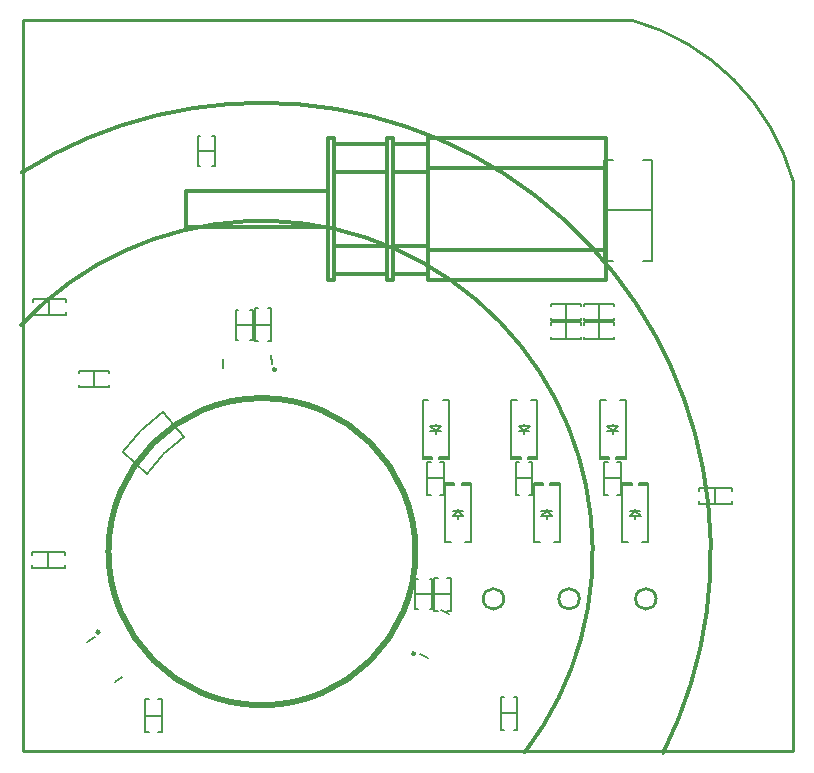
<source format=gbo>
G04*
G04 #@! TF.GenerationSoftware,Altium Limited,Altium Designer,20.1.14 (287)*
G04*
G04 Layer_Color=32896*
%FSLAX25Y25*%
%MOIN*%
G70*
G04*
G04 #@! TF.SameCoordinates,BFC865CF-BEAF-49AC-A6C2-1AB5C3D80CD9*
G04*
G04*
G04 #@! TF.FilePolarity,Positive*
G04*
G01*
G75*
%ADD10C,0.00787*%
%ADD13C,0.01000*%
%ADD15C,0.01181*%
%ADD16C,0.01968*%
%ADD18C,0.00591*%
%ADD19C,0.00500*%
D10*
X61024Y22909D02*
X64173D01*
Y22146D02*
Y22909D01*
X61024Y3248D02*
Y22909D01*
Y3248D02*
X62992D01*
X61024Y22146D02*
X64173D01*
X66536D02*
X69685D01*
X65340Y11010D02*
Y11797D01*
X63569D02*
X67140D01*
X63569D02*
X65354Y13583D01*
X67140Y11797D01*
X63583Y13583D02*
X67126D01*
X65354D02*
Y14370D01*
X67716Y3248D02*
X69685D01*
Y22909D01*
X66536Y22146D02*
Y22909D01*
X69685D01*
X59055Y30732D02*
X62205D01*
X59055D02*
Y31496D01*
X62205Y30732D02*
Y50394D01*
X60236D02*
X62205D01*
X59055Y31496D02*
X62205D01*
X53543D02*
X56693D01*
X57888Y41845D02*
Y42632D01*
X56088Y41845D02*
X59660D01*
X57874Y40059D02*
X59660Y41845D01*
X56088D02*
X57874Y40059D01*
X56102D02*
X59646D01*
X57874Y39272D02*
Y40059D01*
X53543Y50394D02*
X55512D01*
X53543Y30732D02*
Y50394D01*
X56693Y30732D02*
Y31496D01*
X53543Y30732D02*
X56693D01*
X118110D02*
X121260D01*
X118110D02*
Y31496D01*
X121260Y30732D02*
Y50394D01*
X119291D02*
X121260D01*
X118110Y31496D02*
X121260D01*
X112598D02*
X115748D01*
X116943Y41845D02*
Y42632D01*
X115143Y41845D02*
X118715D01*
X116929Y40059D02*
X118715Y41845D01*
X115143D02*
X116929Y40059D01*
X115157D02*
X118701D01*
X116929Y39272D02*
Y40059D01*
X112598Y50394D02*
X114567D01*
X112598Y30732D02*
Y50394D01*
X115748Y30732D02*
Y31496D01*
X112598Y30732D02*
X115748D01*
X120079Y22909D02*
X123228D01*
Y22145D02*
Y22909D01*
X120079Y3248D02*
Y22909D01*
Y3248D02*
X122047D01*
X120079Y22145D02*
X123228D01*
X125590D02*
X128740D01*
X124395Y11009D02*
Y11797D01*
X122624D02*
X126195D01*
X122624D02*
X124409Y13582D01*
X126195Y11797D01*
X122638Y13582D02*
X126181D01*
X124409D02*
Y14370D01*
X126771Y3248D02*
X128740D01*
Y22909D01*
X125590Y22145D02*
Y22909D01*
X128740D01*
X88583Y30732D02*
X91732D01*
X88583D02*
Y31496D01*
X91732Y30732D02*
Y50394D01*
X89764D02*
X91732D01*
X88583Y31496D02*
X91732D01*
X83071D02*
X86221D01*
X87416Y41845D02*
Y42632D01*
X85616Y41845D02*
X89187D01*
X87402Y40059D02*
X89187Y41845D01*
X85616D02*
X87402Y40059D01*
X85630D02*
X89173D01*
X87402Y39272D02*
Y40059D01*
X83071Y50394D02*
X85039D01*
X83071Y30732D02*
Y50394D01*
X86221Y30732D02*
Y31496D01*
X83071Y30732D02*
X86221D01*
X90551Y22909D02*
X93701D01*
Y22145D02*
Y22909D01*
X90551Y3248D02*
Y22909D01*
Y3248D02*
X92520D01*
X90551Y22145D02*
X93701D01*
X96063D02*
X99213D01*
X94868Y11009D02*
Y11797D01*
X93096D02*
X96668D01*
X93096D02*
X94882Y13582D01*
X96668Y11797D01*
X93110Y13582D02*
X96654D01*
X94882D02*
Y14370D01*
X97244Y3248D02*
X99213D01*
Y22909D01*
X96063Y22145D02*
Y22909D01*
X99213D01*
X126969Y96850D02*
X130118D01*
Y130709D01*
X126969D02*
X130118D01*
X113976D02*
X117126D01*
X113976Y96850D02*
Y130709D01*
Y96850D02*
X117126D01*
X113976Y113779D02*
X130118D01*
X-33150Y46475D02*
G03*
X-46475Y33150I33150J-46475D01*
G01*
X-25868Y38351D02*
G03*
X-38351Y25868I25868J-38351D01*
G01*
X-46475Y33150D02*
X-38351Y25868D01*
X-33150Y46475D02*
X-25868Y38351D01*
D13*
X131378Y-15748D02*
G03*
X131378Y-15748I-3425J0D01*
G01*
X105787D02*
G03*
X105787Y-15748I-3425J0D01*
G01*
X80590D02*
G03*
X80590Y-15748I-3425J0D01*
G01*
X-25710Y44255D02*
G03*
X-41392Y30103I25710J-44255D01*
G01*
X177165Y123273D02*
G03*
X123273Y177165I-74803J-20911D01*
G01*
X-79528D02*
X-79527Y-66299D01*
X177165D01*
X177165Y123273D02*
X177165Y-66299D01*
X-79528Y177165D02*
X123273D01*
D15*
X-54390Y-26795D02*
G03*
X-54390Y-26795I-278J0D01*
G01*
X50821Y-33945D02*
G03*
X50821Y-33945I-278J0D01*
G01*
X4404Y60744D02*
G03*
X4404Y60744I-278J0D01*
G01*
X133733Y-67064D02*
G03*
X-80141Y126331I-133733J67064D01*
G01*
X87522Y-67022D02*
G03*
X-80263Y75564I-87522J67022D01*
G01*
X114567Y90551D02*
Y100394D01*
Y127953D01*
Y137795D01*
X55512D02*
X114567D01*
X55512Y127953D02*
X114567D01*
X55512Y100394D02*
X114567D01*
X55512Y90551D02*
X114567D01*
X24016Y101969D02*
X41732D01*
X24016Y135827D02*
X41732D01*
X24016Y126378D02*
X41732D01*
X-25197Y120079D02*
X22047D01*
X-25197Y108268D02*
X22047D01*
X24016Y92520D02*
X41732D01*
X22047Y90551D02*
Y137795D01*
X43701Y101969D02*
X55512D01*
X43701Y135827D02*
X55512D01*
X43701Y126378D02*
X55512D01*
X43701Y92520D02*
X55512D01*
X22047Y137795D02*
X24016D01*
X22047Y90551D02*
X24016D01*
X55512D02*
Y137795D01*
Y90551D02*
Y100394D01*
Y127953D02*
Y137795D01*
X41732Y90551D02*
Y137795D01*
X43701Y90551D02*
Y137795D01*
X24016Y90551D02*
Y137795D01*
X-25197Y108268D02*
Y120079D01*
X41732Y137795D02*
X43701D01*
X41732Y90551D02*
X43701D01*
D16*
X51181Y-0D02*
G03*
X51181Y-0I-51181J0D01*
G01*
D18*
X118504Y29921D02*
X119685D01*
Y18898D02*
Y29921D01*
X118504Y18898D02*
X119685D01*
X114173D02*
X115354D01*
X114173D02*
Y29921D01*
X115354D01*
X114173Y24409D02*
X119685D01*
X88976Y29921D02*
X90158D01*
Y18898D02*
Y29921D01*
X88976Y18898D02*
X90158D01*
X84646D02*
X85827D01*
X84646D02*
Y29921D01*
X85827D01*
X84646Y24409D02*
X90158D01*
X55118D02*
X60630D01*
X55118Y29921D02*
X56299D01*
X55118Y18898D02*
Y29921D01*
Y18898D02*
X56299D01*
X59449D02*
X60630D01*
Y29921D01*
X59449D02*
X60630D01*
X151181Y15748D02*
Y21260D01*
X145669Y15748D02*
Y16929D01*
Y15748D02*
X156693D01*
Y16929D01*
Y20079D02*
Y21260D01*
X145669D02*
X156693D01*
X145669Y20079D02*
Y21260D01*
X57480Y-19685D02*
X58661D01*
X57480D02*
Y-8661D01*
X58661D01*
X61811D02*
X62992D01*
Y-19685D02*
Y-8661D01*
X61811Y-19685D02*
X62992D01*
X57480Y-14173D02*
X62992D01*
X51181D02*
X56693D01*
X55937Y-19173D02*
X56693D01*
Y-9173D01*
X55937D02*
X56693D01*
X51181D02*
X51937D01*
X51181Y-19173D02*
Y-9173D01*
Y-19173D02*
X51937D01*
X-8661Y70591D02*
X-7905D01*
X-8661D02*
Y80590D01*
X-7905D01*
X-3906D02*
X-3150D01*
Y70591D02*
Y80590D01*
X-3906Y70591D02*
X-3150D01*
X-8661Y75590D02*
X-3150D01*
X107205Y81921D02*
Y82677D01*
X117205D01*
Y81921D02*
Y82677D01*
Y77165D02*
Y77921D01*
X107205Y77165D02*
X117205D01*
X107205D02*
Y77921D01*
X112205Y77165D02*
Y82677D01*
X117205Y70866D02*
Y71622D01*
X107205Y70866D02*
X117205D01*
X107205D02*
Y71622D01*
Y75622D02*
Y76378D01*
X117205D01*
Y75622D02*
Y76378D01*
X112205Y70866D02*
Y76378D01*
X96378Y81921D02*
Y82677D01*
X106378D01*
Y81921D02*
Y82677D01*
Y77165D02*
Y77921D01*
X96378Y77165D02*
X106378D01*
X96378D02*
Y77921D01*
X101378Y77165D02*
Y82677D01*
X96378Y75622D02*
Y76378D01*
X106378D01*
Y75622D02*
Y76378D01*
Y70866D02*
Y71622D01*
X96378Y70866D02*
X106378D01*
X96378D02*
Y71622D01*
X101378Y70866D02*
Y76378D01*
X-21260Y133465D02*
X-15748D01*
X-21260Y138465D02*
X-20504D01*
X-21260Y128465D02*
Y138465D01*
Y128465D02*
X-20504D01*
X-16504D02*
X-15748D01*
Y138465D01*
X-16504D02*
X-15748D01*
X-2362Y70079D02*
X-1181D01*
X-2362D02*
Y81102D01*
X-1181D01*
X1969D02*
X3150D01*
Y70079D02*
Y81102D01*
X1969Y70079D02*
X3150D01*
X-2362Y75590D02*
X3150D01*
X-50906Y54724D02*
Y55480D01*
X-60905Y54724D02*
X-50906D01*
X-60905D02*
Y55480D01*
Y59480D02*
Y60236D01*
X-50906D01*
Y59480D02*
Y60236D01*
X-55905Y54724D02*
Y60236D01*
X-76378Y83071D02*
Y84252D01*
X-65354D01*
Y83071D02*
Y84252D01*
Y78740D02*
Y79921D01*
X-76378Y78740D02*
X-65354D01*
X-76378D02*
Y79921D01*
X-70866Y78740D02*
Y84252D01*
X79527Y-59449D02*
X80709D01*
X79527D02*
Y-48425D01*
X80709D01*
X83858D02*
X85039D01*
Y-59449D02*
Y-48425D01*
X83858Y-59449D02*
X85039D01*
X79527Y-53937D02*
X85039D01*
X-38976Y-54724D02*
X-33465D01*
X-38976Y-49213D02*
X-37795D01*
X-38976Y-60236D02*
Y-49213D01*
Y-60236D02*
X-37795D01*
X-34646D02*
X-33465D01*
Y-49213D01*
X-34646D02*
X-33465D01*
X-71260Y-5512D02*
Y0D01*
X-65748Y-1181D02*
Y0D01*
X-76772D02*
X-65748D01*
X-76772Y-1181D02*
Y0D01*
Y-5512D02*
Y-4331D01*
Y-5512D02*
X-65748D01*
Y-4331D01*
D19*
X-49117Y-43520D02*
X-46643Y-41820D01*
X-58255Y-30214D02*
X-55781Y-28514D01*
X52587Y-34049D02*
X55296Y-35342D01*
X59542Y-19482D02*
X62251Y-20775D01*
X-13134Y64298D02*
X-12900Y61306D01*
X2958Y65559D02*
X3193Y62567D01*
M02*

</source>
